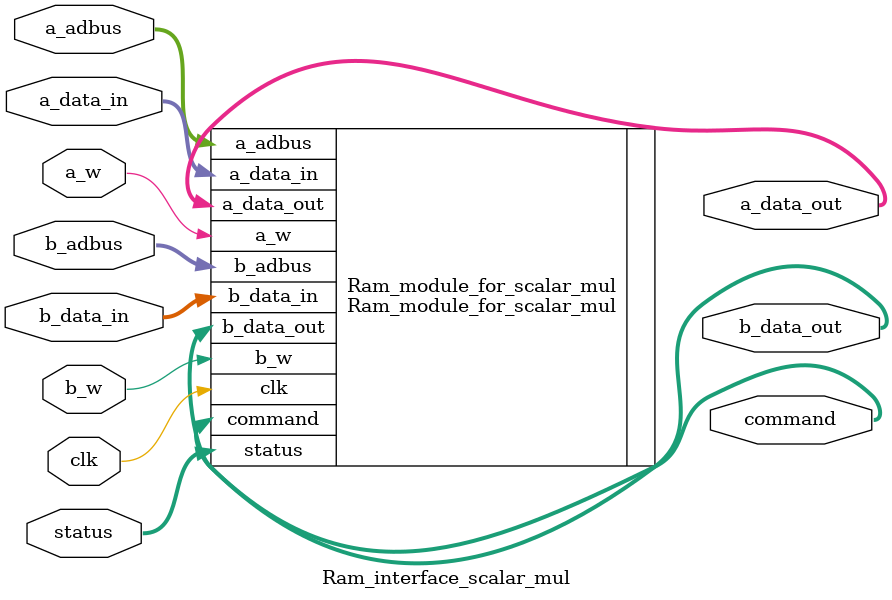
<source format=v>
`timescale 1ns / 1ps
module Ram_interface_scalar_mul#(
	parameter Data=256,
	parameter Addr=5,
	parameter command_len=1)
	(
   input wire clk,
	//interfacing of Ram for taking Data from outside
	input  wire               a_w,	
	input  wire  [Addr:0]     a_adbus,
	input  wire  [(Data-1):0] a_data_in,
	output wire  [(Data-1):0] a_data_out,
	//interfacing of Ram with inner module
	input  wire               b_w,
	input  wire  [Addr:0]     b_adbus,                 //address bus
	input  wire  [(Data-1):0] b_data_in,
	output wire  [(Data-1):0] b_data_out,
	output wire   [(Data-1):0] command,
	input  wire  [(Data-1):0] status
    );


Ram_module_for_scalar_mul Ram_module_for_scalar_mul (
		.clk(clk), 
		.a_w(a_w), 
		.b_w(b_w), 
		.a_adbus(a_adbus), 
		.a_data_in(a_data_in), 
		.a_data_out(a_data_out), 
		.b_adbus(b_adbus), 
		.b_data_in(b_data_in), 
		.b_data_out(b_data_out),
		.command(command),
		.status(status)
	);


endmodule

</source>
